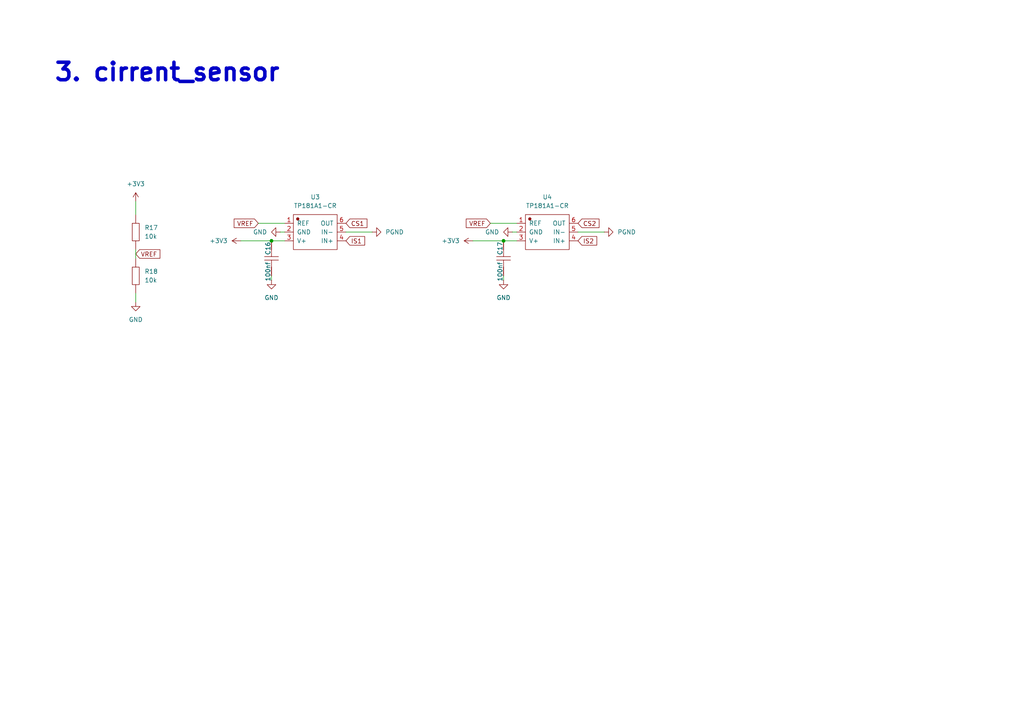
<source format=kicad_sch>
(kicad_sch (version 20231120) (generator "eeschema") (generator_version "8.0")
  (paper "A4")
  (lib_symbols
    (symbol "EG2134_single_motor_drive:TP181A1-CR" (pin_names (offset 1.016))
      (property "Reference" "U" (at -5.588 6.604 0))
      (property "Value" "TP181A1-CR" (at 0.508 -6.35 0))
      (symbol "TP181A1-CR_1_1"
        (rectangle (start -6.35 5.08) (end 6.35 -5.08) (stroke (width 0.1524)))
        (circle (center -5.08 3.81) (radius 0.381) (stroke (width 0.1524)) (fill (type outline)))
        (pin input line (at -8.89 2.54 0) (length 2.54) (name "REF") (number "1"))
        (pin input line (at -8.89 0 0) (length 2.54) (name "GND") (number "2"))
        (pin input line (at -8.89 -2.54 0) (length 2.54) (name "V+") (number "3"))
        (pin input line (at 8.89 -2.54 180) (length 2.54) (name "IN+") (number "4"))
        (pin input line (at 8.89 0 180) (length 2.54) (name "IN-") (number "5"))
        (pin input line (at 8.89 2.54 180) (length 2.54) (name "OUT") (number "6"))
      )
    )
    (symbol "EG2134_single_motor_drive:cap" (pin_numbers hide) (pin_names (offset 1.016) hide)
      (property "Reference" "C" (at -4.064 1.27 0))
      (property "Value" "cap" (at 2.286 1.27 0))
      (symbol "cap_1_1"
        (polyline (pts (xy -0.508 -2.032) (xy -0.508 2.032)) (stroke (width 0.1524)))
        (polyline (pts (xy -0.508 0) (xy -2.54 0)) (stroke (width 0.1524)))
        (polyline (pts (xy 0.508 2.032) (xy 0.508 -2.032)) (stroke (width 0.1524)))
        (polyline (pts (xy 2.54 0) (xy 0.508 0)) (stroke (width 0.1524)))
        (pin input line (at -5.08 0 0) (length 2.54) (name "1") (number "1"))
        (pin input line (at 5.08 0 180) (length 2.54) (name "2") (number "2"))
      )
    )
    (symbol "EG2134_single_motor_drive:res" (pin_numbers hide) (pin_names (offset 1.016) hide)
      (property "Reference" "R" (at -2.032 2.032 0))
      (property "Value" "val" (at -0.254 -2.032 0))
      (symbol "res_1_1"
        (rectangle (start -2.54 1.016) (end 2.54 -1.016) (stroke (width 0.1524)))
        (pin input line (at -5.08 0 0) (length 2.54) (name "1") (number "1"))
        (pin input line (at 5.08 0 180) (length 2.54) (name "2") (number "2"))
      )
    )
    (symbol "power:+3V3" (power) (pin_numbers hide) (pin_names (offset 0) hide)
      (property "Value" "+3V3" (at 0 3.556 0))
      (symbol "+3V3_0_1"
        (polyline (pts (xy -0.762 1.27) (xy 0 2.54)))
        (polyline (pts (xy 0 0) (xy 0 2.54)))
        (polyline (pts (xy 0 2.54) (xy 0.762 1.27)))
      )
      (symbol "+3V3_1_1"
        (pin power_in line (at 0 0 90) (length 0) (name "~") (number "1"))
      )
    )
    (symbol "power:GND" (power) (pin_numbers hide) (pin_names (offset 0) hide)
      (property "Value" "GND" (at 0 -3.81 0))
      (symbol "GND_0_1"
        (polyline (pts (xy 0 0) (xy 0 -1.27) (xy 1.27 -1.27) (xy 0 -2.54) (xy -1.27 -1.27) (xy 0 -1.27)))
      )
      (symbol "GND_1_1"
        (pin power_in line (at 0 0 270) (length 0) (name "~") (number "1"))
      )
    )
  )
  (junction (at 78.74 69.85))
  (junction (at 146.05 69.85))
  (wire (pts (xy 175.26 67.31) (xy 167.64 67.31)))
  (wire (pts (xy 148.59 67.31) (xy 149.86 67.31)))
  (wire (pts (xy 69.85 69.85) (xy 78.74 69.85)))
  (wire (pts (xy 137.16 69.85) (xy 146.05 69.85)))
  (wire (pts (xy 107.95 67.31) (xy 100.33 67.31)))
  (wire (pts (xy 146.05 69.85) (xy 149.86 69.85)))
  (wire (pts (xy 39.37 87.63) (xy 39.37 85.09)))
  (wire (pts (xy 78.74 81.28) (xy 78.74 80.01)))
  (wire (pts (xy 78.74 69.85) (xy 82.55 69.85)))
  (wire (pts (xy 142.24 64.77) (xy 149.86 64.77)))
  (wire (pts (xy 39.37 72.39) (xy 39.37 74.93)))
  (wire (pts (xy 39.37 62.23) (xy 39.37 58.42)))
  (wire (pts (xy 146.05 81.28) (xy 146.05 80.01)))
  (wire (pts (xy 74.93 64.77) (xy 82.55 64.77)))
  (wire (pts (xy 81.28 67.31) (xy 82.55 67.31)))
  (text "3. cirrent_sensor" (at 48.514 21.082 0) (effects (font (size 5.08 5.08) (thickness 1.016) (bold yes))))
  (global_label "VREF" (shape input) (at 142.24 64.77 180) (property "Intersheetrefs" "${INTERSHEET_REFS}" (effects (hide yes))))
  (global_label "IS1" (shape input) (at 100.33 69.85 0) (property "Intersheetrefs" "${INTERSHEET_REFS}" (effects (hide yes))))
  (global_label "CS2" (shape input) (at 167.64 64.77 0) (property "Intersheetrefs" "${INTERSHEET_REFS}" (effects (hide yes))))
  (global_label "VREF" (shape input) (at 39.37 73.66 0) (property "Intersheetrefs" "${INTERSHEET_REFS}" (effects (hide yes))))
  (global_label "VREF" (shape input) (at 74.93 64.77 180) (property "Intersheetrefs" "${INTERSHEET_REFS}" (effects (hide yes))))
  (global_label "CS1" (shape input) (at 100.33 64.77 0) (property "Intersheetrefs" "${INTERSHEET_REFS}" (effects (hide yes))))
  (global_label "IS2" (shape input) (at 167.64 69.85 0) (property "Intersheetrefs" "${INTERSHEET_REFS}" (effects (hide yes))))
  (symbol (lib_id "EG2134_single_motor_drive:res") (at 39.37 80.01 90) (unit 1)
    (property "Reference" "R18" (at 41.91 78.7399 90) (effects (justify right)))
    (property "Value" "10k" (at 41.91 81.2799 90) (effects (justify right)))
    (property "Footprint" "EG2134_single_motor_drive:R0402" (effects (hide yes)))
    (property "Datasheet" "http://www.szlcsc.com/product/details_26547.html" (effects (hide yes)))
    (property "SuppliersPartNumber" "C25804" (effects (hide yes)))
    (property "uuid" "std:b210af5a1436310a86e8b108e2e5a90b" (effects (hide yes)))
  )
  (symbol (lib_id "power:GND") (at 107.95 67.31 90) (unit 1)
    (property "Reference" "#PWR025" (effects (hide yes)))
    (property "Value" "PGND" (at 111.76 67.3099 90) (effects (justify right)))
    (property "Description" "Power symbol creates a global label with name \"GND\" , ground" (effects (hide yes)))
  )
  (symbol (lib_id "EG2134_single_motor_drive:cap") (at 146.05 74.93 90) (unit 1)
    (property "Reference" "C17" (at 145.034 70.104 0) (effects (justify right)))
    (property "Value" "100nf" (at 145.034 75.946 0) (effects (justify right)))
    (property "Footprint" "EG2134_single_motor_drive:C0402" (effects (hide yes)))
    (property "Datasheet" "http://www.szlcsc.com/product/details_16532.html" (effects (hide yes)))
    (property "SuppliersPartNumber" "C15850" (effects (hide yes)))
    (property "uuid" "std:7a0c79967d0e7ae293044fb82790899a" (effects (hide yes)))
  )
  (symbol (lib_id "EG2134_single_motor_drive:TP181A1-CR") (at 158.75 67.31 0) (unit 1)
    (property "Reference" "U4" (at 158.75 57.15 0))
    (property "Value" "TP181A1-CR" (at 158.75 59.69 0))
    (property "Footprint" "EG2134_single_motor_drive:TP181A1-CR" (effects (hide yes)))
    (property "SuppliersPartNumber" "C2902349" (effects (hide yes)))
    (property "uuid" "std:6fa9b53b099d40dc95a02bf17e7a1fcf" (effects (hide yes)))
  )
  (symbol (lib_id "power:GND") (at 146.05 81.28 0) (unit 1)
    (property "Reference" "#PWR027" (effects (hide yes)))
    (property "Value" "GND" (at 146.05 86.36 0))
    (property "Description" "Power symbol creates a global label with name \"GND\" , ground" (effects (hide yes)))
  )
  (symbol (lib_id "power:+3V3") (at 39.37 58.42 0) (unit 1)
    (property "Reference" "#PWR020" (effects (hide yes)))
    (property "Value" "+3V3" (at 39.37 53.34 0))
    (property "Description" "Power symbol creates a global label with name \"+3V3\"" (effects (hide yes)))
  )
  (symbol (lib_id "EG2134_single_motor_drive:TP181A1-CR") (at 91.44 67.31 0) (unit 1)
    (property "Reference" "U3" (at 91.44 57.15 0))
    (property "Value" "TP181A1-CR" (at 91.44 59.69 0))
    (property "Footprint" "EG2134_single_motor_drive:TP181A1-CR" (effects (hide yes)))
    (property "SuppliersPartNumber" "C2902349" (effects (hide yes)))
    (property "uuid" "std:6fa9b53b099d40dc95a02bf17e7a1fcf" (effects (hide yes)))
  )
  (symbol (lib_id "power:+3V3") (at 137.16 69.85 90) (unit 1)
    (property "Reference" "#PWR026" (effects (hide yes)))
    (property "Value" "+3V3" (at 133.35 69.8499 90) (effects (justify left)))
    (property "Description" "Power symbol creates a global label with name \"+3V3\"" (effects (hide yes)))
  )
  (symbol (lib_id "EG2134_single_motor_drive:res") (at 39.37 67.31 90) (unit 1)
    (property "Reference" "R17" (at 41.91 66.0399 90) (effects (justify right)))
    (property "Value" "10k" (at 41.91 68.5799 90) (effects (justify right)))
    (property "Footprint" "EG2134_single_motor_drive:R0402" (effects (hide yes)))
    (property "Datasheet" "http://www.szlcsc.com/product/details_26547.html" (effects (hide yes)))
    (property "SuppliersPartNumber" "C25804" (effects (hide yes)))
    (property "uuid" "std:b210af5a1436310a86e8b108e2e5a90b" (effects (hide yes)))
  )
  (symbol (lib_id "EG2134_single_motor_drive:cap") (at 78.74 74.93 90) (unit 1)
    (property "Reference" "C16" (at 77.724 70.104 0) (effects (justify right)))
    (property "Value" "100nf" (at 77.724 75.946 0) (effects (justify right)))
    (property "Footprint" "EG2134_single_motor_drive:C0402" (effects (hide yes)))
    (property "Datasheet" "http://www.szlcsc.com/product/details_16532.html" (effects (hide yes)))
    (property "SuppliersPartNumber" "C15850" (effects (hide yes)))
    (property "uuid" "std:7a0c79967d0e7ae293044fb82790899a" (effects (hide yes)))
  )
  (symbol (lib_id "power:GND") (at 175.26 67.31 90) (unit 1)
    (property "Reference" "#PWR029" (effects (hide yes)))
    (property "Value" "PGND" (at 179.07 67.3099 90) (effects (justify right)))
    (property "Description" "Power symbol creates a global label with name \"GND\" , ground" (effects (hide yes)))
  )
  (symbol (lib_id "power:GND") (at 81.28 67.31 270) (unit 1)
    (property "Reference" "#PWR024" (effects (hide yes)))
    (property "Value" "GND" (at 77.47 67.3099 90) (effects (justify right)))
    (property "Description" "Power symbol creates a global label with name \"GND\" , ground" (effects (hide yes)))
  )
  (symbol (lib_id "power:GND") (at 78.74 81.28 0) (unit 1)
    (property "Reference" "#PWR023" (effects (hide yes)))
    (property "Value" "GND" (at 78.74 86.36 0))
    (property "Description" "Power symbol creates a global label with name \"GND\" , ground" (effects (hide yes)))
  )
  (symbol (lib_id "power:+3V3") (at 69.85 69.85 90) (unit 1)
    (property "Reference" "#PWR022" (effects (hide yes)))
    (property "Value" "+3V3" (at 66.04 69.8499 90) (effects (justify left)))
    (property "Description" "Power symbol creates a global label with name \"+3V3\"" (effects (hide yes)))
  )
  (symbol (lib_id "power:GND") (at 148.59 67.31 270) (unit 1)
    (property "Reference" "#PWR028" (effects (hide yes)))
    (property "Value" "GND" (at 144.78 67.3099 90) (effects (justify right)))
    (property "Description" "Power symbol creates a global label with name \"GND\" , ground" (effects (hide yes)))
  )
  (symbol (lib_id "power:GND") (at 39.37 87.63 0) (unit 1)
    (property "Reference" "#PWR021" (effects (hide yes)))
    (property "Value" "GND" (at 39.37 92.71 0))
    (property "Description" "Power symbol creates a global label with name \"GND\" , ground" (effects (hide yes)))
  )
)
</source>
